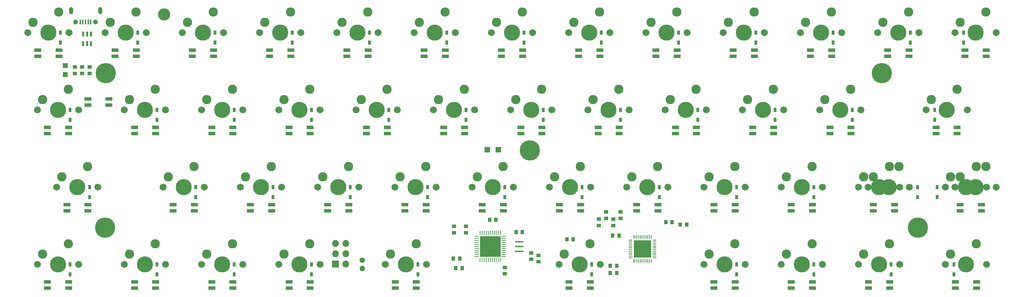
<source format=gbr>
%TF.GenerationSoftware,KiCad,Pcbnew,(6.0.1)*%
%TF.CreationDate,2022-02-20T07:15:50+01:00*%
%TF.ProjectId,atom47-rev5,61746f6d-3437-42d7-9265-76352e6b6963,rev?*%
%TF.SameCoordinates,Original*%
%TF.FileFunction,Soldermask,Bot*%
%TF.FilePolarity,Negative*%
%FSLAX46Y46*%
G04 Gerber Fmt 4.6, Leading zero omitted, Abs format (unit mm)*
G04 Created by KiCad (PCBNEW (6.0.1)) date 2022-02-20 07:15:50*
%MOMM*%
%LPD*%
G01*
G04 APERTURE LIST*
G04 Aperture macros list*
%AMRoundRect*
0 Rectangle with rounded corners*
0 $1 Rounding radius*
0 $2 $3 $4 $5 $6 $7 $8 $9 X,Y pos of 4 corners*
0 Add a 4 corners polygon primitive as box body*
4,1,4,$2,$3,$4,$5,$6,$7,$8,$9,$2,$3,0*
0 Add four circle primitives for the rounded corners*
1,1,$1+$1,$2,$3*
1,1,$1+$1,$4,$5*
1,1,$1+$1,$6,$7*
1,1,$1+$1,$8,$9*
0 Add four rect primitives between the rounded corners*
20,1,$1+$1,$2,$3,$4,$5,0*
20,1,$1+$1,$4,$5,$6,$7,0*
20,1,$1+$1,$6,$7,$8,$9,0*
20,1,$1+$1,$8,$9,$2,$3,0*%
G04 Aperture macros list end*
%ADD10R,0.700000X1.000000*%
%ADD11R,1.800000X0.900000*%
%ADD12C,3.987800*%
%ADD13C,1.701800*%
%ADD14C,2.286000*%
%ADD15C,3.000000*%
%ADD16C,5.000000*%
%ADD17C,1.350000*%
%ADD18O,1.350000X1.350000*%
%ADD19R,1.700000X1.700000*%
%ADD20O,1.700000X1.700000*%
%ADD21R,0.400000X1.250000*%
%ADD22O,1.000000X1.800000*%
%ADD23C,1.200000*%
%ADD24R,0.600000X1.200000*%
%ADD25R,2.000000X0.400000*%
%ADD26R,1.000000X0.900000*%
%ADD27RoundRect,0.050000X0.375000X0.050000X-0.375000X0.050000X-0.375000X-0.050000X0.375000X-0.050000X0*%
%ADD28RoundRect,0.050000X0.050000X0.375000X-0.050000X0.375000X-0.050000X-0.375000X0.050000X-0.375000X0*%
%ADD29R,4.200000X4.200000*%
%ADD30R,0.900000X1.000000*%
%ADD31RoundRect,0.062500X-0.475000X0.062500X-0.475000X-0.062500X0.475000X-0.062500X0.475000X0.062500X0*%
%ADD32R,5.200000X5.200000*%
%ADD33RoundRect,0.062500X-0.062500X0.475000X-0.062500X-0.475000X0.062500X-0.475000X0.062500X0.475000X0*%
%ADD34R,1.300000X1.200000*%
%ADD35RoundRect,0.250000X0.450000X0.425000X-0.450000X0.425000X-0.450000X-0.425000X0.450000X-0.425000X0*%
G04 APERTURE END LIST*
D10*
X217289245Y-69115674D03*
X217289245Y-66615674D03*
X232767383Y-69115674D03*
X232767383Y-66615674D03*
X100607897Y-69115674D03*
X100607897Y-66615674D03*
X179189213Y-69115674D03*
X179189213Y-66615674D03*
X74414125Y-69115674D03*
X74414125Y-66615674D03*
X198239229Y-69115674D03*
X198239229Y-66615674D03*
X143470433Y-69115674D03*
X143470433Y-66615674D03*
X160139197Y-50065658D03*
X160139197Y-47565658D03*
X36314093Y-69115674D03*
X36314093Y-66615674D03*
X14882825Y-69115674D03*
X14882825Y-66615674D03*
X141089181Y-50065658D03*
X141089181Y-47565658D03*
X228599992Y-50065658D03*
X228599992Y-47565658D03*
X223837688Y-50065658D03*
X223837688Y-47565658D03*
X198239229Y-50065658D03*
X198239229Y-47565658D03*
X179189213Y-50065658D03*
X179189213Y-47565658D03*
X122039165Y-50065658D03*
X122039165Y-47565658D03*
X83939133Y-50065658D03*
X83939133Y-47565658D03*
X64889117Y-50065658D03*
X64889117Y-47565658D03*
X69651621Y-11965626D03*
X69651621Y-9465626D03*
X228004879Y-31015642D03*
X228004879Y-28515642D03*
X188714221Y-31015642D03*
X188714221Y-28515642D03*
X12501565Y-11965618D03*
X12501565Y-9465618D03*
X169664205Y-31015642D03*
X169664205Y-28515642D03*
X203001733Y-11965626D03*
X203001733Y-9465626D03*
X150614189Y-31015642D03*
X150614189Y-28515642D03*
X131564173Y-31015642D03*
X131564173Y-28515642D03*
X145851685Y-11965626D03*
X145851685Y-9465626D03*
X88701637Y-11965626D03*
X88701637Y-9465626D03*
X55364109Y-31015642D03*
X55364109Y-28515642D03*
X36314093Y-31015642D03*
X36314093Y-28515642D03*
X126801669Y-11965626D03*
X126801669Y-9465626D03*
X93464141Y-31015642D03*
X93464141Y-28515642D03*
X235148635Y-11965626D03*
X235148635Y-9465626D03*
X74414125Y-31015642D03*
X74414125Y-28515642D03*
X164901701Y-11965626D03*
X164901701Y-9465626D03*
X50601605Y-11965626D03*
X50601605Y-9465626D03*
X55364109Y-69115674D03*
X55364109Y-66615674D03*
X183951717Y-11965626D03*
X183951717Y-9465626D03*
X207764237Y-31015642D03*
X207764237Y-28515642D03*
X112514157Y-31015642D03*
X112514157Y-28515642D03*
X14882825Y-31015642D03*
X14882825Y-28515642D03*
X107751653Y-11965626D03*
X107751653Y-9465626D03*
X222051749Y-11965626D03*
X222051749Y-9465626D03*
X102989149Y-50065658D03*
X102989149Y-47565658D03*
X19645329Y-50065658D03*
X19645329Y-47565658D03*
X45839101Y-50065658D03*
X45839101Y-47565658D03*
X31551589Y-11965626D03*
X31551589Y-9465626D03*
D11*
X137893750Y-71005000D03*
X137893750Y-72505000D03*
X143093750Y-71005000D03*
X143093750Y-72505000D03*
X83125000Y-13855000D03*
X83125000Y-15355000D03*
X88325000Y-13855000D03*
X88325000Y-15355000D03*
X87887500Y-32905000D03*
X87887500Y-34405000D03*
X93087500Y-32905000D03*
X93087500Y-34405000D03*
X183137500Y-32905000D03*
X183137500Y-34405000D03*
X188337500Y-32905000D03*
X188337500Y-34405000D03*
X9306250Y-32905000D03*
X9306250Y-34405000D03*
X14506250Y-32905000D03*
X14506250Y-34405000D03*
X116462500Y-51955000D03*
X116462500Y-53455000D03*
X121662500Y-51955000D03*
X121662500Y-53455000D03*
X211712500Y-71005000D03*
X211712500Y-72505000D03*
X216912500Y-71005000D03*
X216912500Y-72505000D03*
X97412500Y-51955000D03*
X97412500Y-53455000D03*
X102612500Y-51955000D03*
X102612500Y-53455000D03*
X14068750Y-51955000D03*
X14068750Y-53455000D03*
X19268750Y-51955000D03*
X19268750Y-53455000D03*
X40262500Y-51955000D03*
X40262500Y-53455000D03*
X45462500Y-51955000D03*
X45462500Y-53455000D03*
X234334392Y-51955000D03*
X234334392Y-53455000D03*
X239534392Y-51955000D03*
X239534392Y-53455000D03*
X49787500Y-32905000D03*
X49787500Y-34405000D03*
X54987500Y-32905000D03*
X54987500Y-34405000D03*
X233143750Y-71005000D03*
X233143750Y-72505000D03*
X238343750Y-71005000D03*
X238343750Y-72505000D03*
X145037500Y-32905000D03*
X145037500Y-34405000D03*
X150237500Y-32905000D03*
X150237500Y-34405000D03*
X154562500Y-51955000D03*
X154562500Y-53455000D03*
X159762500Y-51955000D03*
X159762500Y-53455000D03*
X78362500Y-51955000D03*
X78362500Y-53455000D03*
X83562500Y-51955000D03*
X83562500Y-53455000D03*
X192662500Y-71005000D03*
X192662500Y-72505000D03*
X197862500Y-71005000D03*
X197862500Y-72505000D03*
X30737500Y-71005000D03*
X30737500Y-72505000D03*
X35937500Y-71005000D03*
X35937500Y-72505000D03*
X68837500Y-32905000D03*
X68837500Y-34405000D03*
X74037500Y-32905000D03*
X74037500Y-34405000D03*
X173612500Y-51955000D03*
X173612500Y-53455000D03*
X178812500Y-51955000D03*
X178812500Y-53455000D03*
X125987500Y-32905000D03*
X125987500Y-34405000D03*
X131187500Y-32905000D03*
X131187500Y-34405000D03*
X235525000Y-13855000D03*
X235525000Y-15355000D03*
X240725000Y-13855000D03*
X240725000Y-15355000D03*
X106937500Y-32905000D03*
X106937500Y-34405000D03*
X112137500Y-32905000D03*
X112137500Y-34405000D03*
X228381250Y-32905000D03*
X228381250Y-34405000D03*
X233581250Y-32905000D03*
X233581250Y-34405000D03*
X216475000Y-13855000D03*
X216475000Y-15355000D03*
X221675000Y-13855000D03*
X221675000Y-15355000D03*
X135512500Y-51955000D03*
X135512500Y-53455000D03*
X140712500Y-51955000D03*
X140712500Y-53455000D03*
X173612500Y-71005000D03*
X173612500Y-72505000D03*
X178812500Y-71005000D03*
X178812500Y-72505000D03*
X212903124Y-51955000D03*
X212903124Y-53455000D03*
X218103124Y-51955000D03*
X218103124Y-53455000D03*
X102175000Y-13855000D03*
X102175000Y-15355000D03*
X107375000Y-13855000D03*
X107375000Y-15355000D03*
X197425000Y-13855000D03*
X197425000Y-15355000D03*
X202625000Y-13855000D03*
X202625000Y-15355000D03*
X159325000Y-13855000D03*
X159325000Y-15355000D03*
X164525000Y-13855000D03*
X164525000Y-15355000D03*
X45025000Y-13855000D03*
X45025000Y-15355000D03*
X50225000Y-13855000D03*
X50225000Y-15355000D03*
X192662500Y-51955000D03*
X192662500Y-53455000D03*
X197862500Y-51955000D03*
X197862500Y-53455000D03*
X25975000Y-13855000D03*
X25975000Y-15355000D03*
X31175000Y-13855000D03*
X31175000Y-15355000D03*
X164087500Y-32905000D03*
X164087500Y-34405000D03*
X169287500Y-32905000D03*
X169287500Y-34405000D03*
X202187500Y-32905000D03*
X202187500Y-34405000D03*
X207387500Y-32905000D03*
X207387500Y-34405000D03*
X59312500Y-51955000D03*
X59312500Y-53455000D03*
X64512500Y-51955000D03*
X64512500Y-53455000D03*
X9306250Y-71005000D03*
X9306250Y-72505000D03*
X14506250Y-71005000D03*
X14506250Y-72505000D03*
X178375000Y-13855000D03*
X178375000Y-15355000D03*
X183575000Y-13855000D03*
X183575000Y-15355000D03*
X64075000Y-13855000D03*
X64075000Y-15355000D03*
X69275000Y-13855000D03*
X69275000Y-15355000D03*
X68837500Y-71005000D03*
X68837500Y-72505000D03*
X74037500Y-71005000D03*
X74037500Y-72505000D03*
X49787500Y-71005000D03*
X49787500Y-72505000D03*
X54987500Y-71005000D03*
X54987500Y-72505000D03*
X95031250Y-71005000D03*
X95031250Y-72505000D03*
X100231250Y-71005000D03*
X100231250Y-72505000D03*
X121225000Y-13855000D03*
X121225000Y-15355000D03*
X126425000Y-13855000D03*
X126425000Y-15355000D03*
X30737500Y-32905000D03*
X30737500Y-34405000D03*
X35937500Y-32905000D03*
X35937500Y-34405000D03*
X6925000Y-13855000D03*
X6925000Y-15355000D03*
X12125000Y-13855000D03*
X12125000Y-15355000D03*
X19225000Y-25850000D03*
X19225000Y-27350000D03*
X24425000Y-25850000D03*
X24425000Y-27350000D03*
X140275000Y-13855000D03*
X140275000Y-15355000D03*
X145475000Y-13855000D03*
X145475000Y-15355000D03*
D12*
X147637500Y-28575000D03*
D13*
X152717500Y-28575000D03*
X142557500Y-28575000D03*
D14*
X150177500Y-23495000D03*
X143827500Y-26035000D03*
D13*
X135413750Y-66675000D03*
D12*
X140493750Y-66675000D03*
D13*
X145573750Y-66675000D03*
D14*
X143033750Y-61595000D03*
X136683750Y-64135000D03*
D12*
X11906250Y-28575000D03*
D13*
X6826250Y-28575000D03*
X16986250Y-28575000D03*
D14*
X14446250Y-23495000D03*
X8096250Y-26035000D03*
D12*
X230981250Y-28575000D03*
D13*
X236061250Y-28575000D03*
X225901250Y-28575000D03*
D14*
X233521250Y-23495000D03*
X227171250Y-26035000D03*
D15*
X38025000Y-5025000D03*
D12*
X216693750Y-47625000D03*
D13*
X211613750Y-47625000D03*
X221773750Y-47625000D03*
D14*
X219233750Y-42545000D03*
X212883750Y-45085000D03*
D13*
X16986260Y-66675056D03*
X6826260Y-66675056D03*
D12*
X11906260Y-66675056D03*
D14*
X14446260Y-61595056D03*
X8096260Y-64135056D03*
D12*
X235743750Y-66675000D03*
D13*
X230663750Y-66675000D03*
X240823750Y-66675000D03*
D14*
X238283750Y-61595000D03*
X231933750Y-64135000D03*
D12*
X97631250Y-66675000D03*
D13*
X92551250Y-66675000D03*
X102711250Y-66675000D03*
D14*
X100171250Y-61595000D03*
X93821250Y-64135000D03*
D13*
X4445000Y-9525000D03*
X14605000Y-9525000D03*
D12*
X9525000Y-9525000D03*
D14*
X12065000Y-4445000D03*
X5715000Y-6985000D03*
D12*
X28575000Y-9525000D03*
D13*
X33655000Y-9525000D03*
X23495000Y-9525000D03*
D14*
X31115000Y-4445000D03*
X24765000Y-6985000D03*
D12*
X47625000Y-9525000D03*
D13*
X42545000Y-9525000D03*
X52705000Y-9525000D03*
D14*
X50165000Y-4445000D03*
X43815000Y-6985000D03*
D13*
X71755000Y-9525000D03*
D12*
X66675000Y-9525000D03*
D13*
X61595000Y-9525000D03*
D14*
X69215000Y-4445000D03*
X62865000Y-6985000D03*
D12*
X85725000Y-9525000D03*
D13*
X90805000Y-9525000D03*
X80645000Y-9525000D03*
D14*
X88265000Y-4445000D03*
X81915000Y-6985000D03*
D13*
X109855000Y-9525000D03*
X99695000Y-9525000D03*
D12*
X104775000Y-9525000D03*
D14*
X107315000Y-4445000D03*
X100965000Y-6985000D03*
D13*
X118745000Y-9525000D03*
X128905000Y-9525000D03*
D12*
X123825000Y-9525000D03*
D14*
X126365000Y-4445000D03*
X120015000Y-6985000D03*
D13*
X137795000Y-9525000D03*
D12*
X142875000Y-9525000D03*
D13*
X147955000Y-9525000D03*
D14*
X145415000Y-4445000D03*
X139065000Y-6985000D03*
D12*
X161925000Y-9525000D03*
D13*
X156845000Y-9525000D03*
X167005000Y-9525000D03*
D14*
X164465000Y-4445000D03*
X158115000Y-6985000D03*
D12*
X180975000Y-9525000D03*
D13*
X186055000Y-9525000D03*
X175895000Y-9525000D03*
D14*
X183515000Y-4445000D03*
X177165000Y-6985000D03*
D13*
X205105000Y-9525000D03*
X194945000Y-9525000D03*
D12*
X200025000Y-9525000D03*
D14*
X202565000Y-4445000D03*
X196215000Y-6985000D03*
D12*
X219075000Y-9525000D03*
D13*
X213995000Y-9525000D03*
X224155000Y-9525000D03*
D14*
X221615000Y-4445000D03*
X215265000Y-6985000D03*
D12*
X238125000Y-9525000D03*
D13*
X243205000Y-9525000D03*
X233045000Y-9525000D03*
D14*
X240665000Y-4445000D03*
X234315000Y-6985000D03*
D13*
X38417500Y-28575000D03*
X28257500Y-28575000D03*
D12*
X33337500Y-28575000D03*
D14*
X35877500Y-23495000D03*
X29527500Y-26035000D03*
D13*
X47307500Y-28575000D03*
X57467500Y-28575000D03*
D12*
X52387500Y-28575000D03*
D14*
X54927500Y-23495000D03*
X48577500Y-26035000D03*
D12*
X71437500Y-28575000D03*
D13*
X76517500Y-28575000D03*
X66357500Y-28575000D03*
D14*
X73977500Y-23495000D03*
X67627500Y-26035000D03*
D13*
X95567500Y-28575000D03*
D12*
X90487500Y-28575000D03*
D13*
X85407500Y-28575000D03*
D14*
X93027500Y-23495000D03*
X86677500Y-26035000D03*
D13*
X104457500Y-28575000D03*
X114617500Y-28575000D03*
D12*
X109537500Y-28575000D03*
D14*
X112077500Y-23495000D03*
X105727500Y-26035000D03*
D13*
X123507500Y-28575000D03*
X133667500Y-28575000D03*
D12*
X128587500Y-28575000D03*
D14*
X131127500Y-23495000D03*
X124777500Y-26035000D03*
D13*
X171767500Y-28575000D03*
D12*
X166687500Y-28575000D03*
D13*
X161607500Y-28575000D03*
D14*
X169227500Y-23495000D03*
X162877500Y-26035000D03*
D13*
X190817500Y-28575000D03*
D12*
X185737500Y-28575000D03*
D13*
X180657500Y-28575000D03*
D14*
X188277500Y-23495000D03*
X181927500Y-26035000D03*
D13*
X209867500Y-28575000D03*
X199707500Y-28575000D03*
D12*
X204787500Y-28575000D03*
D14*
X207327500Y-23495000D03*
X200977500Y-26035000D03*
D12*
X42862500Y-47625000D03*
D13*
X47942500Y-47625000D03*
X37782500Y-47625000D03*
D14*
X45402500Y-42545000D03*
X39052500Y-45085000D03*
D13*
X66992500Y-47625000D03*
X56832500Y-47625000D03*
D12*
X61912500Y-47625000D03*
D14*
X64452500Y-42545000D03*
X58102500Y-45085000D03*
D12*
X80962500Y-47625000D03*
D13*
X86042500Y-47625000D03*
X75882500Y-47625000D03*
D14*
X83502500Y-42545000D03*
X77152500Y-45085000D03*
D13*
X94932500Y-47625000D03*
D12*
X100012500Y-47625000D03*
D13*
X105092500Y-47625000D03*
D14*
X102552500Y-42545000D03*
X96202500Y-45085000D03*
D12*
X119062500Y-47625000D03*
D13*
X113982500Y-47625000D03*
X124142500Y-47625000D03*
D14*
X121602500Y-42545000D03*
X115252500Y-45085000D03*
D13*
X133032500Y-47625000D03*
X143192500Y-47625000D03*
D12*
X138112500Y-47625000D03*
D14*
X140652500Y-42545000D03*
X134302500Y-45085000D03*
D13*
X162242500Y-47625000D03*
X152082500Y-47625000D03*
D12*
X157162500Y-47625000D03*
D14*
X159702500Y-42545000D03*
X153352500Y-45085000D03*
D13*
X171132500Y-47625000D03*
X181292500Y-47625000D03*
D12*
X176212500Y-47625000D03*
D14*
X178752500Y-42545000D03*
X172402500Y-45085000D03*
D13*
X200342500Y-47625000D03*
X190182500Y-47625000D03*
D12*
X195262500Y-47625000D03*
D14*
X197802500Y-42545000D03*
X191452500Y-45085000D03*
D12*
X238125000Y-47625000D03*
D13*
X243205000Y-47625000D03*
X233045000Y-47625000D03*
D14*
X240665000Y-42545000D03*
X234315000Y-45085000D03*
D13*
X38417500Y-66675000D03*
D12*
X33337500Y-66675000D03*
D13*
X28257500Y-66675000D03*
D14*
X35877500Y-61595000D03*
X29527500Y-64135000D03*
D13*
X47307500Y-66675000D03*
X57467500Y-66675000D03*
D12*
X52387500Y-66675000D03*
D14*
X54927500Y-61595000D03*
X48577500Y-64135000D03*
D13*
X66357500Y-66675000D03*
X76517500Y-66675000D03*
D12*
X71437500Y-66675000D03*
D14*
X73977500Y-61595000D03*
X67627500Y-64135000D03*
D12*
X176212500Y-66675000D03*
D13*
X181292500Y-66675000D03*
X171132500Y-66675000D03*
D14*
X178752500Y-61595000D03*
X172402500Y-64135000D03*
D13*
X190182500Y-66675000D03*
D12*
X195262500Y-66675000D03*
D13*
X200342500Y-66675000D03*
D14*
X197802500Y-61595000D03*
X191452500Y-64135000D03*
D13*
X209232672Y-66675000D03*
X219392672Y-66675000D03*
D12*
X214312672Y-66675000D03*
D14*
X216852672Y-61595000D03*
X210502672Y-64135000D03*
D16*
X223925000Y-57575000D03*
X23475000Y-57575000D03*
D13*
X11588750Y-47625000D03*
D12*
X16668750Y-47625000D03*
D13*
X21748750Y-47625000D03*
D14*
X19208750Y-42545000D03*
X12858750Y-45085000D03*
D16*
X23625000Y-19475000D03*
X128225000Y-38575000D03*
X215025000Y-19475000D03*
D17*
X86915690Y-65675048D03*
D18*
X86915690Y-67675048D03*
D12*
X235743948Y-47625040D03*
D13*
X240823948Y-47625040D03*
X230663948Y-47625040D03*
D14*
X238283948Y-42545040D03*
X231933948Y-45085040D03*
D12*
X214312680Y-47625040D03*
D13*
X219392680Y-47625040D03*
X209232680Y-47625040D03*
D14*
X216852680Y-42545040D03*
X210502680Y-45085040D03*
D19*
X80287873Y-66555979D03*
D20*
X82827873Y-66555979D03*
X80287873Y-64015979D03*
X82827873Y-64015979D03*
X80287873Y-61475979D03*
X82827873Y-61475979D03*
D21*
X17375000Y-6875000D03*
X18025000Y-6875000D03*
X18675000Y-6875000D03*
X19325000Y-6875000D03*
X19975000Y-6875000D03*
D22*
X22275000Y-4075000D03*
D23*
X16250000Y-6875000D03*
D22*
X15075000Y-4075000D03*
D23*
X21100000Y-6875000D03*
D24*
X18100008Y-9883122D03*
X19050008Y-9883122D03*
X20000008Y-9883122D03*
X20000008Y-12183122D03*
X19050008Y-12183122D03*
X18100008Y-12183122D03*
D25*
X125611035Y-63430040D03*
X125611035Y-61030040D03*
X125611035Y-62230040D03*
D26*
X16073443Y-19559691D03*
X16073443Y-17984691D03*
X19645321Y-17984691D03*
X19645321Y-19559691D03*
D27*
X158921998Y-60625353D03*
X158921998Y-61025353D03*
X158921998Y-61425353D03*
X158921998Y-61825353D03*
X158921998Y-62225353D03*
X158921998Y-62625353D03*
X158921998Y-63025353D03*
X158921998Y-63425353D03*
X158921998Y-63825353D03*
X158921998Y-64225353D03*
X158921998Y-64625353D03*
X158921998Y-65025353D03*
D28*
X158171998Y-65775353D03*
X157771998Y-65775353D03*
X157371998Y-65775353D03*
X156971998Y-65775353D03*
X156571998Y-65775353D03*
X156171998Y-65775353D03*
X155771998Y-65775353D03*
X155371998Y-65775353D03*
X154971998Y-65775353D03*
X154571998Y-65775353D03*
X154171998Y-65775353D03*
X153771998Y-65775353D03*
D27*
X153021998Y-65025353D03*
X153021998Y-64625353D03*
X153021998Y-64225353D03*
X153021998Y-63825353D03*
X153021998Y-63425353D03*
X153021998Y-63025353D03*
X153021998Y-62625353D03*
X153021998Y-62225353D03*
X153021998Y-61825353D03*
X153021998Y-61425353D03*
X153021998Y-61025353D03*
X153021998Y-60625353D03*
D28*
X153771998Y-59875353D03*
X154171998Y-59875353D03*
X154571998Y-59875353D03*
X154971998Y-59875353D03*
X155371998Y-59875353D03*
X155771998Y-59875353D03*
X156171998Y-59875353D03*
X156571998Y-59875353D03*
X156971998Y-59875353D03*
X157371998Y-59875353D03*
X157771998Y-59875353D03*
X158171998Y-59875353D03*
D29*
X155971998Y-62825353D03*
D30*
X149615742Y-68778483D03*
X148040742Y-68778483D03*
D26*
X147042303Y-53703471D03*
X147042303Y-55278471D03*
X150614181Y-53703471D03*
X150614181Y-55278471D03*
D30*
X111515710Y-67587857D03*
X109940710Y-67587857D03*
X149615742Y-66992544D03*
X148040742Y-66992544D03*
X119850092Y-55681597D03*
X118275092Y-55681597D03*
D26*
X122039157Y-67395670D03*
X122039157Y-68970670D03*
D31*
X115129779Y-59730040D03*
D32*
X118467279Y-62230040D03*
D31*
X115129779Y-60230040D03*
X115129779Y-60730040D03*
X115129779Y-61230040D03*
X115129779Y-61730040D03*
X115129779Y-62230040D03*
X115129779Y-62730040D03*
X115129779Y-63230040D03*
X115129779Y-63730040D03*
X115129779Y-64230040D03*
X115129779Y-64730040D03*
D33*
X115967279Y-65567540D03*
X116467279Y-65567540D03*
X116967279Y-65567540D03*
X117467279Y-65567540D03*
X117967279Y-65567540D03*
X118467279Y-65567540D03*
X118967279Y-65567540D03*
X119467279Y-65567540D03*
X119967279Y-65567540D03*
X120467279Y-65567540D03*
X120967279Y-65567540D03*
D31*
X121804779Y-64730040D03*
X121804779Y-64230040D03*
X121804779Y-63730040D03*
X121804779Y-63230040D03*
X121804779Y-62730040D03*
X121804779Y-62230040D03*
X121804779Y-61730040D03*
X121804779Y-61230040D03*
X121804779Y-60730040D03*
X121804779Y-60230040D03*
X121804779Y-59730040D03*
D33*
X120967279Y-58892540D03*
X120467279Y-58892540D03*
X119967279Y-58892540D03*
X119467279Y-58892540D03*
X118967279Y-58892540D03*
X118467279Y-58892540D03*
X117967279Y-58892540D03*
X117467279Y-58892540D03*
X116967279Y-58892540D03*
X116467279Y-58892540D03*
X115967279Y-58892540D03*
D26*
X130373539Y-64419105D03*
X130373539Y-65994105D03*
D34*
X13692191Y-19872191D03*
X13692191Y-17672191D03*
D30*
X110920397Y-65206605D03*
X109345397Y-65206605D03*
D26*
X128587600Y-63823792D03*
X128587600Y-65398792D03*
D30*
X126398535Y-58658162D03*
X124823535Y-58658162D03*
X138900108Y-60444101D03*
X137325108Y-60444101D03*
D26*
X148828242Y-57064410D03*
X148828242Y-55489410D03*
D30*
X148635863Y-59531260D03*
X150210863Y-59531260D03*
X161732941Y-56276910D03*
X163307941Y-56276910D03*
D26*
X145256364Y-57064410D03*
X145256364Y-55489410D03*
X17859382Y-17984691D03*
X17859382Y-19559691D03*
D35*
X120412592Y-38417520D03*
X117712592Y-38417520D03*
D26*
X109537584Y-57275349D03*
X109537584Y-58850349D03*
D30*
X165304819Y-56872223D03*
X166879819Y-56872223D03*
D26*
X112514149Y-57275349D03*
X112514149Y-58850349D03*
M02*

</source>
